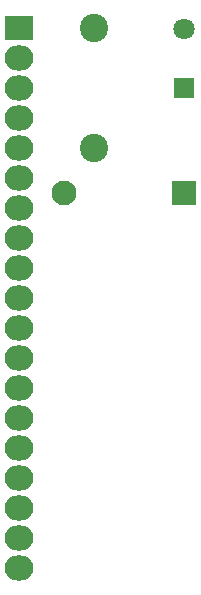
<source format=gts>
G04 #@! TF.FileFunction,Soldermask,Top*
%FSLAX46Y46*%
G04 Gerber Fmt 4.6, Leading zero omitted, Abs format (unit mm)*
G04 Created by KiCad (PCBNEW 4.0.4+e1-6308~48~ubuntu16.04.1-stable) date Thu Dec  1 13:36:35 2016*
%MOMM*%
%LPD*%
G01*
G04 APERTURE LIST*
%ADD10C,0.100000*%
%ADD11R,2.432000X2.127200*%
%ADD12O,2.432000X2.127200*%
%ADD13R,1.800000X1.800000*%
%ADD14C,1.800000*%
%ADD15C,2.099260*%
%ADD16R,2.099260X2.099260*%
%ADD17C,2.398980*%
G04 APERTURE END LIST*
D10*
D11*
X130810000Y-105410000D03*
D12*
X130810000Y-107950000D03*
X130810000Y-110490000D03*
X130810000Y-113030000D03*
X130810000Y-115570000D03*
X130810000Y-118110000D03*
X130810000Y-120650000D03*
X130810000Y-123190000D03*
X130810000Y-125730000D03*
X130810000Y-128270000D03*
X130810000Y-130810000D03*
X130810000Y-133350000D03*
X130810000Y-135890000D03*
X130810000Y-138430000D03*
X130810000Y-140970000D03*
X130810000Y-143510000D03*
X130810000Y-146050000D03*
X130810000Y-148590000D03*
X130810000Y-151130000D03*
D13*
X144780000Y-110490000D03*
D14*
X144780000Y-105490000D03*
D15*
X134619480Y-119382540D03*
D16*
X144779480Y-119382540D03*
D17*
X137160000Y-115570000D03*
X137160000Y-105410000D03*
M02*

</source>
